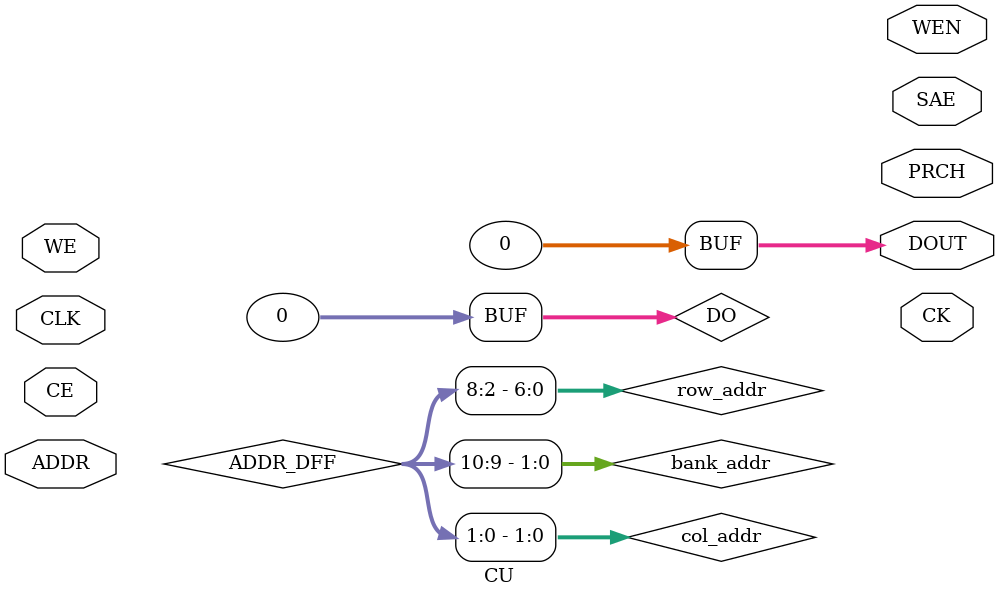
<source format=v>

`define ADDR_BIT_COUNT 11
`define BANKS 4
`define BANKS_BIT_COUNT 2
`define ROWS 128
`define ROWS_BIT_COUNT 7
`define CMUX 4
`define COLS_BIT_COUNT 2
`define IN_NUMBER 16
`define WORD_SIZE 32 
//-------------------------------
// Input and output definition
//-------------------------------
module CU (
	//Input port
	input CLK,
	input CE,
	input WE,
	input [`ADDR_BIT_COUNT-1:0] ADDR,
	//DOUT come into MUX
	//Extra input pins
	//Extra output pins
	//Output port
	//Output for INA
	//Output for INB
	//Output for CSEL
	output [`BANKS-1:0] CK,
	output [`BANKS-1:0] PRCH,
	output [`BANKS-1:0] WEN,
	output [`BANKS-1:0] SAE,
	output [`WORD_SIZE-1:0] DOUT
);
//-------------------------------
// Register and wire Definition
//-------------------------------
//register for input pins
reg [`ADDR_BIT_COUNT-1:0] ADDR_DFF;
reg CE_DFF;
reg WE_DFF;
//wire for delay signal
//wire for row/column decoder
wire [`BANKS_BIT_COUNT-1:0] bank_addr;
wire [`ROWS_BIT_COUNT-1:0] row_addr;
wire [`COLS_BIT_COUNT-1:0] col_addr;
//wire for global control signal
wire CK_int;
wire PRCH_int;
wire WEN_int;
wire WLE_int;
wire SAE_int;
//wire for DATA_REQ
//wire [`BANKS-1:0] DATA_REQ;
//wire for global INA, INB, CSEL, BS & WLE
wire [`IN_NUMBER-1:0] INA_int;
wire [`IN_NUMBER-1:0] INB_int;
wire [`CMUX-1:0] CSEL;
wire [`BANKS-1:0] BS;
wire [`BANKS-1:0] WLE;
//register for DO MUX
reg [`WORD_SIZE-1:0] DO;
//-------------------------------
// Register for input pins
//-------------------------------
always @(posedge CLK) begin
	ADDR_DFF<=ADDR;
	CE_DFF<=CE;
	WE_DFF<=WE;
end
//-------------------------------
// Combinations block for global CK,PRCH,WEN,WLE & SAE
//-------------------------------
assign CK_int=CLK & CE_DFF;
assign PRCH_int = (CE_DFF & ~WE_DFF)?(~CLK):1'b1;
assign WLE_int=~CLK & CE_DFF & ~WLEB_dly;
assign WEN_int= CLK & WE_DFF & CE_DFF;
assign SAE_int=~CLK & ~WE_DFF & CE_DFF; 
//assign WLE_int=WLE_dly & ~CLK & CE_DFF & ~WLEB_dly;
//assign SAE_int=SAE_dly & ~CLK & ~WE_DFF & CE_DFF;
//-------------------------------
// Combinations block for local CK,PRCH,WEN,WLE & SAE
//-------------------------------
//for local CK
//for local PRCH
//for local WLE
//for local WEN
//for local SAE
//-------------------------------
// Assign for Address bits
//-------------------------------
assign bank_addr=ADDR_DFF[`ADDR_BIT_COUNT-1:`ADDR_BIT_COUNT-`BANKS_BIT_COUNT];
assign row_addr=ADDR_DFF[`ADDR_BIT_COUNT-`BANKS_BIT_COUNT-1:`COLS_BIT_COUNT];
assign col_addr=ADDR_DFF[`COLS_BIT_COUNT-1:0];
//-------------------------------
// DATA_REQ assign
//-------------------------------
//for local DATA_REQ
//-------------------------------
// BDEC
//-------------------------------
assign BS=(CE_DFF)?(1<<<bank_addr):4'b0;
//-------------------------------
// XDEC
//-------------------------------
//Write the rowdec template
//for local INA
//for local INB
//-------------------------------
// YDEC
//-------------------------------
assign CSEL=(CE_DFF)?(1<<<col_addr):4'b0;
//for local CSEL
//-------------------------------
// Mux for Output selection
//-------------------------------
//wire assign for DOUT from each bank
always@* begin
	case (bank_addr)
		//MUX CASE
		default:DO=32'b0;
	endcase
end
assign DOUT=DO;
//Output signal w inserting delay elements
endmodule

</source>
